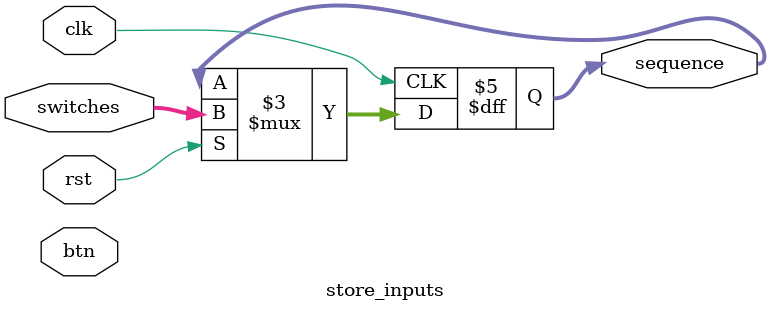
<source format=v>
`timescale 1ns / 1ps

module store_inputs(    
    input clk, rst,        
    input [1:0] btn,       // For better control of simulation
    input [9:0] switches,  // 10-bit binary input, 10 switches
//    output [3:0] leds,     // Display N, V, C, Z
//    output [6:0] seven_seg, // Display outputs to seven segment
//    output [3:0] seven_enable,
    output reg [9:0] sequence
    // Select which seven segment to display
);

    initial begin
        sequence = 10'b0; 
    end

    // Register update logic

    always @( posedge clk) begin
        if(rst)begin 
           sequence <= switches;
        end   
    end

endmodule


</source>
